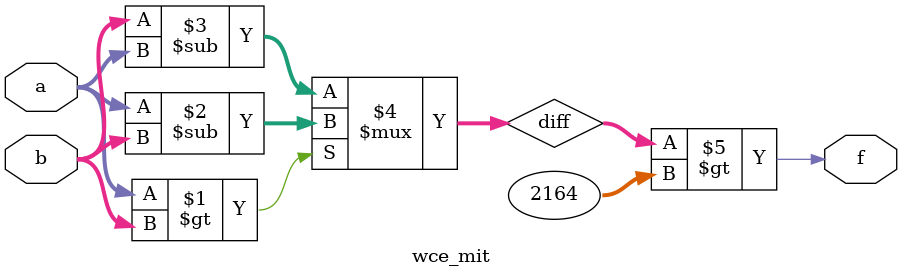
<source format=v>
module wce_mit(a, b, f);
parameter _bit = 33;
parameter wce = 2164;
input [_bit - 1: 0] a;
input [_bit - 1: 0] b;
output f;
wire [_bit - 1: 0] diff;
assign diff = (a > b)? (a - b): (b - a);
assign f = (diff > wce);
endmodule

</source>
